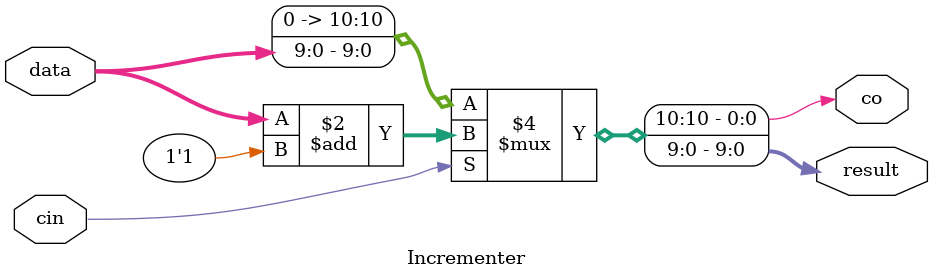
<source format=sv>
module Incrementer (data, cin, result, co);
	parameter size = 10;
	input [size-1:0]data;
	input cin;
	output logic [size-1:0]result;
	output logic co;
	
	always@(data, cin) begin
		if(cin)
			{co, result} = data + 1'b1;
		else
			{co, result} = data;
	end
endmodule

</source>
